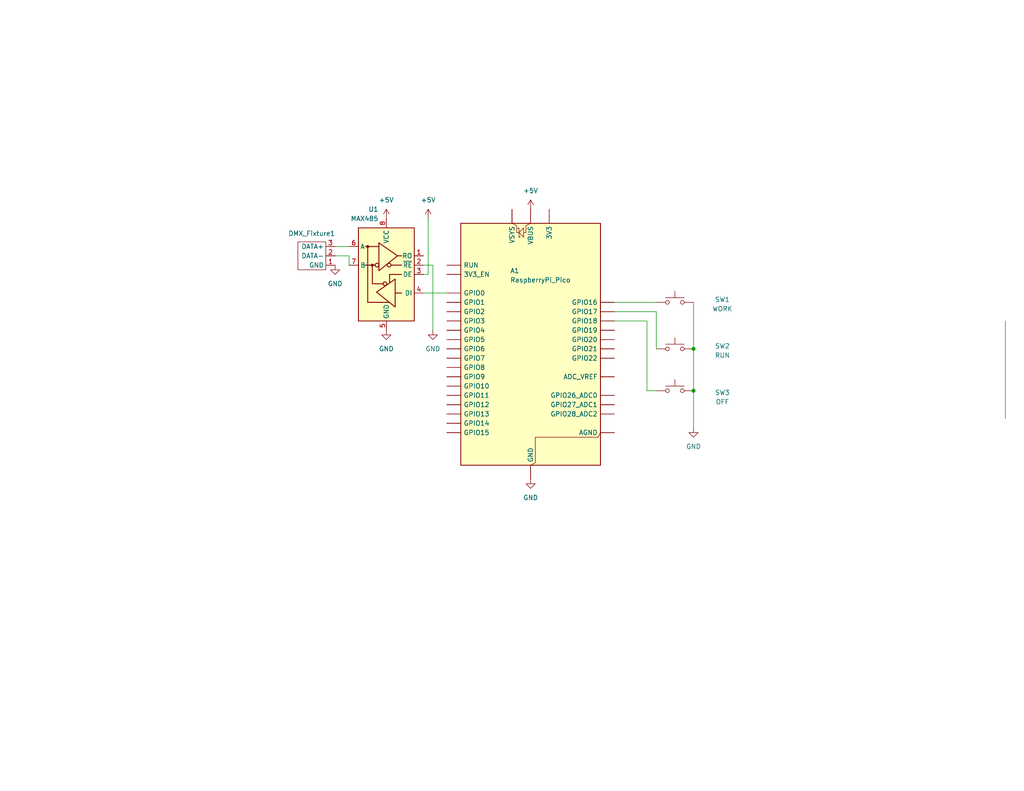
<source format=kicad_sch>
(kicad_sch (version 20250114) (generator "eeschema") (generator_version "9.0")
  (paper "USLetter")
  (title_block (title "Pico DMX Panel") (date "2025-12-05") (company "Eric Smith/FHMS Stage Crew"))
  (lib_symbols
    (symbol "Eric_Smith:DMX_Fixture"
      (property "Reference" "DMX_Fixture" (at 0.254 6.35 0))
      (symbol "DMX_Fixture_0_1"
        (rectangle (start -2.54 3.81) (end 5.08 -3.81))
      )
      (symbol "DMX_Fixture_1_1"
        (pin input line (at -5.08 2.54 0) (length 2.54) (name "DATA+") (number "3"))
        (pin input line (at -5.08 0 0) (length 2.54) (name "DATA-") (number "2"))
        (pin input line (at -5.08 -2.54 0) (length 2.54) (name "GND") (number "1"))
      )
    )
    (symbol "Interface_UART:MAX485E"
      (property "Reference" "U" (at -6.985 13.97 0))
      (property "Value" "MAX485E" (at 1.905 13.97 0))
      (symbol "MAX485E_0_1"
        (rectangle (start -7.62 12.7) (end 7.62 -12.7) (stroke (width 0.254)) (fill (type background)))
        (polyline (pts (xy -4.191 2.54) (xy -1.27 2.54)) (stroke (width 0.254)))
        (polyline (pts (xy -4.191 0) (xy -0.889 0) (xy -0.889 -2.286)) (stroke (width 0.254)))
        (polyline (pts (xy -3.175 5.08) (xy -4.191 5.08) (xy -4.064 5.08)) (stroke (width 0.254)))
        (polyline (pts (xy -2.54 -5.08) (xy -4.191 -5.08)) (stroke (width 0.254)))
        (polyline (pts (xy -2.413 -5.08) (xy -2.413 -1.27) (xy 2.667 -4.826) (xy -2.413 -8.89) (xy -2.413 -5.08)) (stroke (width 0.254)))
        (polyline (pts (xy -0.635 -7.62) (xy 5.08 -7.62)) (stroke (width 0.254)))
        (circle (center 0.381 -2.54) (radius 0.508) (stroke (width 0.254)))
        (polyline (pts (xy 0.889 -2.54) (xy 3.81 -2.54)) (stroke (width 0.254)))
        (polyline (pts (xy 2.032 7.62) (xy 5.715 7.62)) (stroke (width 0.254)))
        (polyline (pts (xy 3.048 2.54) (xy 5.715 2.54)) (stroke (width 0.254)))
        (circle (center 3.81 2.54) (radius 0.2794) (stroke (width 0.254)) (fill (type outline)))
        (polyline (pts (xy 3.81 -2.54) (xy 3.81 2.54)) (stroke (width 0.254)))
        (polyline (pts (xy 5.08 -7.62) (xy 5.08 7.62)) (stroke (width 0.254)))
      )
      (symbol "MAX485E_1_1"
        (circle (center -0.762 2.54) (radius 0.508) (stroke (width 0.254)))
        (polyline (pts (xy 2.032 4.826) (xy 2.032 8.636) (xy -3.048 5.08) (xy 2.032 1.016) (xy 2.032 4.826)) (stroke (width 0.254)))
        (circle (center 2.54 2.54) (radius 0.508) (stroke (width 0.254)))
        (circle (center 5.08 7.62) (radius 0.2794) (stroke (width 0.254)) (fill (type outline)))
        (pin output line (at -10.16 5.08 0) (length 2.54) (name "RO") (number "1"))
        (pin input line (at -10.16 2.54 0) (length 2.54) (name "~{RE}") (number "2"))
        (pin input line (at -10.16 0 0) (length 2.54) (name "DE") (number "3"))
        (pin input line (at -10.16 -5.08 0) (length 2.54) (name "DI") (number "4"))
        (pin power_in line (at 0 15.24 270) (length 2.54) (name "VCC") (number "8"))
        (pin power_in line (at 0 -15.24 90) (length 2.54) (name "GND") (number "5"))
        (pin bidirectional line (at 10.16 7.62 180) (length 2.54) (name "A") (number "6"))
        (pin bidirectional line (at 10.16 2.54 180) (length 2.54) (name "B") (number "7"))
      )
    )
    (symbol "MCU_Module:RaspberryPi_Pico" (pin_numbers (hide yes)) (pin_names (offset 0.762))
      (property "Reference" "A" (at -19.05 35.56 0))
      (property "Value" "RaspberryPi_Pico" (at 7.62 35.56 0))
      (symbol "RaspberryPi_Pico_0_1"
        (rectangle (start -19.05 34.29) (end 19.05 -31.75) (stroke (width 0.254)) (fill (type background)))
        (polyline (pts (xy -5.08 34.29) (xy -3.81 33.655) (xy -3.81 31.75) (xy -3.175 31.75)))
        (polyline (pts (xy -3.429 32.766) (xy -3.429 33.02) (xy -3.175 33.02) (xy -3.175 30.48) (xy -2.921 30.48) (xy -2.921 30.734)))
        (polyline (pts (xy -3.175 31.75) (xy -1.905 33.02) (xy -1.905 30.48) (xy -3.175 31.75)))
        (polyline (pts (xy 0 34.29) (xy -1.27 33.655) (xy -1.27 31.75) (xy -1.905 31.75)))
        (polyline (pts (xy 0 -31.75) (xy 1.27 -31.115) (xy 1.27 -24.13) (xy 18.415 -24.13) (xy 19.05 -22.86)))
      )
      (symbol "RaspberryPi_Pico_1_1"
        (pin passive line (at -22.86 22.86 0) (length 3.81) (name "RUN") (number "30"))
        (pin passive line (at -22.86 20.32 0) (length 3.81) (name "3V3_EN") (number "37"))
        (pin bidirectional line (at -22.86 15.24 0) (length 3.81) (name "GPIO0") (number "1"))
        (pin bidirectional line (at -22.86 12.7 0) (length 3.81) (name "GPIO1") (number "2"))
        (pin bidirectional line (at -22.86 10.16 0) (length 3.81) (name "GPIO2") (number "4"))
        (pin bidirectional line (at -22.86 7.62 0) (length 3.81) (name "GPIO3") (number "5"))
        (pin bidirectional line (at -22.86 5.08 0) (length 3.81) (name "GPIO4") (number "6"))
        (pin bidirectional line (at -22.86 2.54 0) (length 3.81) (name "GPIO5") (number "7"))
        (pin bidirectional line (at -22.86 0 0) (length 3.81) (name "GPIO6") (number "9"))
        (pin bidirectional line (at -22.86 -2.54 0) (length 3.81) (name "GPIO7") (number "10"))
        (pin bidirectional line (at -22.86 -5.08 0) (length 3.81) (name "GPIO8") (number "11"))
        (pin bidirectional line (at -22.86 -7.62 0) (length 3.81) (name "GPIO9") (number "12"))
        (pin bidirectional line (at -22.86 -10.16 0) (length 3.81) (name "GPIO10") (number "14"))
        (pin bidirectional line (at -22.86 -12.7 0) (length 3.81) (name "GPIO11") (number "15"))
        (pin bidirectional line (at -22.86 -15.24 0) (length 3.81) (name "GPIO12") (number "16"))
        (pin bidirectional line (at -22.86 -17.78 0) (length 3.81) (name "GPIO13") (number "17"))
        (pin bidirectional line (at -22.86 -20.32 0) (length 3.81) (name "GPIO14") (number "19"))
        (pin bidirectional line (at -22.86 -22.86 0) (length 3.81) (name "GPIO15") (number "20"))
        (pin power_in line (at -5.08 38.1 270) (length 3.81) (name "VSYS") (number "39"))
        (pin power_out line (at 0 38.1 270) (length 3.81) (name "VBUS") (number "40"))
        (pin passive line (at 0 -35.56 90) (length 3.81) (hide yes) (name "GND") (number "13"))
        (pin passive line (at 0 -35.56 90) (length 3.81) (hide yes) (name "GND") (number "18"))
        (pin passive line (at 0 -35.56 90) (length 3.81) (hide yes) (name "GND") (number "23"))
        (pin passive line (at 0 -35.56 90) (length 3.81) (hide yes) (name "GND") (number "28"))
        (pin power_out line (at 0 -35.56 90) (length 3.81) (name "GND") (number "3"))
        (pin passive line (at 0 -35.56 90) (length 3.81) (hide yes) (name "GND") (number "38"))
        (pin passive line (at 0 -35.56 90) (length 3.81) (hide yes) (name "GND") (number "8"))
        (pin power_out line (at 5.08 38.1 270) (length 3.81) (name "3V3") (number "36"))
        (pin bidirectional line (at 22.86 12.7 180) (length 3.81) (name "GPIO16") (number "21"))
        (pin bidirectional line (at 22.86 10.16 180) (length 3.81) (name "GPIO17") (number "22"))
        (pin bidirectional line (at 22.86 7.62 180) (length 3.81) (name "GPIO18") (number "24"))
        (pin bidirectional line (at 22.86 5.08 180) (length 3.81) (name "GPIO19") (number "25"))
        (pin bidirectional line (at 22.86 2.54 180) (length 3.81) (name "GPIO20") (number "26"))
        (pin bidirectional line (at 22.86 0 180) (length 3.81) (name "GPIO21") (number "27"))
        (pin bidirectional line (at 22.86 -2.54 180) (length 3.81) (name "GPIO22") (number "29"))
        (pin power_in line (at 22.86 -7.62 180) (length 3.81) (name "ADC_VREF") (number "35"))
        (pin bidirectional line (at 22.86 -12.7 180) (length 3.81) (name "GPIO26_ADC0") (number "31"))
        (pin bidirectional line (at 22.86 -15.24 180) (length 3.81) (name "GPIO27_ADC1") (number "32"))
        (pin bidirectional line (at 22.86 -17.78 180) (length 3.81) (name "GPIO28_ADC2") (number "34"))
        (pin power_out line (at 22.86 -22.86 180) (length 3.81) (name "AGND") (number "33"))
      )
    )
    (symbol "Switch:SW_Push" (pin_numbers (hide yes)) (pin_names (offset 1.016) (hide yes))
      (property "Reference" "SW" (at 1.27 2.54 0))
      (property "Value" "SW_Push" (at 0 -1.524 0))
      (symbol "SW_Push_0_1"
        (circle (center -2.032 0) (radius 0.508))
        (polyline (pts (xy 0 1.27) (xy 0 3.048)))
        (circle (center 2.032 0) (radius 0.508))
        (polyline (pts (xy 2.54 1.27) (xy -2.54 1.27)))
        (pin passive line (at -5.08 0 0) (length 2.54) (name "1") (number "1"))
        (pin passive line (at 5.08 0 180) (length 2.54) (name "2") (number "2"))
      )
    )
    (symbol "power:+5V" (power) (pin_numbers (hide yes)) (pin_names (offset 0) (hide yes))
      (property "Value" "+5V" (at 0 3.556 0))
      (symbol "+5V_0_1"
        (polyline (pts (xy -0.762 1.27) (xy 0 2.54)))
        (polyline (pts (xy 0 2.54) (xy 0.762 1.27)))
        (polyline (pts (xy 0 0) (xy 0 2.54)))
      )
      (symbol "+5V_1_1"
        (pin power_in line (at 0 0 90) (length 0) (name "~") (number "1"))
      )
    )
    (symbol "power:GND" (power) (pin_numbers (hide yes)) (pin_names (offset 0) (hide yes))
      (property "Value" "GND" (at 0 -3.81 0))
      (symbol "GND_0_1"
        (polyline (pts (xy 0 0) (xy 0 -1.27) (xy 1.27 -1.27) (xy 0 -2.54) (xy -1.27 -1.27) (xy 0 -1.27)))
      )
      (symbol "GND_1_1"
        (pin power_in line (at 0 0 270) (length 0) (name "~") (number "1"))
      )
    )
  )
  (junction (at 189.23 95.25))
  (junction (at 189.23 106.68))
  (wire (pts (xy 115.57 72.39) (xy 118.11 72.39)))
  (wire (pts (xy 95.25 72.39) (xy 95.25 69.85)))
  (wire (pts (xy 189.23 82.55) (xy 189.23 95.25)))
  (wire (pts (xy 176.53 106.68) (xy 176.53 87.63)))
  (wire (pts (xy 179.07 95.25) (xy 179.07 85.09)))
  (wire (pts (xy 95.25 69.85) (xy 91.44 69.85)))
  (wire (pts (xy 115.57 80.01) (xy 121.92 80.01)))
  (wire (pts (xy 274.32 114.3) (xy 274.32 87.63)))
  (wire (pts (xy 118.11 72.39) (xy 118.11 90.17)))
  (wire (pts (xy 167.64 82.55) (xy 179.07 82.55)))
  (wire (pts (xy 116.84 74.93) (xy 116.84 59.69)))
  (wire (pts (xy 176.53 106.68) (xy 179.07 106.68)))
  (wire (pts (xy 179.07 85.09) (xy 167.64 85.09)))
  (wire (pts (xy 95.25 67.31) (xy 91.44 67.31)))
  (wire (pts (xy 189.23 95.25) (xy 189.23 106.68)))
  (wire (pts (xy 115.57 74.93) (xy 116.84 74.93)))
  (wire (pts (xy 176.53 87.63) (xy 167.64 87.63)))
  (wire (pts (xy 284.48 105.41) (xy 284.48 85.09)))
  (wire (pts (xy 189.23 106.68) (xy 189.23 116.84)))
  (symbol (lib_id "power:GND") (at 105.41 90.17 0) (mirror y) (unit 1)
    (property "Reference" "#PWR04" (effects (hide yes)))
    (property "Value" "GND" (at 105.41 95.25 0))
    (property "Description" "Power symbol creates a global label with name \"GND\" , ground" (effects (hide yes)))
  )
  (symbol (lib_id "power:GND") (at 144.78 130.81 0) (unit 1)
    (property "Reference" "#PWR02" (effects (hide yes)))
    (property "Value" "GND" (at 144.78 135.89 0))
    (property "Description" "Power symbol creates a global label with name \"GND\" , ground" (effects (hide yes)))
  )
  (symbol (lib_id "Switch:SW_Push") (at 184.15 82.55 0) (unit 1)
    (property "Reference" "SW1" (at 197.104 81.788 0))
    (property "Value" "WORK" (at 197.104 84.328 0))
    (property "Description" "Push button switch, generic, two pins" (effects (hide yes)))
  )
  (symbol (lib_id "Switch:SW_Push") (at 184.15 106.68 0) (unit 1)
    (property "Reference" "SW3" (at 197.104 107.188 0))
    (property "Value" "OFF" (at 197.104 109.728 0))
    (property "Description" "Push button switch, generic, two pins" (effects (hide yes)))
  )
  (symbol (lib_id "power:GND") (at 91.44 72.39 0) (mirror y) (unit 1)
    (property "Reference" "#PWR05" (effects (hide yes)))
    (property "Value" "GND" (at 91.44 77.47 0))
    (property "Description" "Power symbol creates a global label with name \"GND\" , ground" (effects (hide yes)))
  )
  (symbol (lib_id "power:+5V") (at 105.41 59.69 0) (mirror y) (unit 1)
    (property "Reference" "#PWR03" (effects (hide yes)))
    (property "Value" "+5V" (at 105.41 54.61 0))
    (property "Description" "Power symbol creates a global label with name \"+5V\"" (effects (hide yes)))
  )
  (symbol (lib_id "Eric_Smith:DMX_Fixture") (at 86.36 69.85 0) (mirror y) (unit 1)
    (property "Reference" "DMX_Fixture1" (at 91.44 63.754 0) (effects (justify left)))
  )
  (symbol (lib_id "Switch:SW_Push") (at 184.15 95.25 0) (unit 1)
    (property "Reference" "SW2" (at 197.104 94.488 0))
    (property "Value" "RUN" (at 197.104 97.028 0))
    (property "Description" "Push button switch, generic, two pins" (effects (hide yes)))
  )
  (symbol (lib_id "Interface_UART:MAX485E") (at 105.41 74.93 0) (mirror y) (unit 1)
    (property "Reference" "U1" (at 103.2667 57.15 0) (effects (justify left)))
    (property "Value" "MAX485" (at 103.2667 59.69 0) (effects (justify left)))
    (property "Footprint" "Package_SO:SOIC-8_3.9x4.9mm_P1.27mm" (effects (hide yes)))
    (property "Datasheet" "https://datasheets.maximintegrated.com/en/ds/MAX1487E-MAX491E.pdf" (effects (hide yes)))
    (property "Description" "Half duplex RS-485/RS-422, 2.5 Mbps, ±15kV electro-static discharge (ESD) protection, no slew-rate, no low-power shutdown, with receiver/driver enable, 32 receiver drive capability, DIP-8 and SOIC-8" (effects (hide yes)))
  )
  (symbol (lib_id "power:GND") (at 118.11 90.17 0) (mirror y) (unit 1)
    (property "Reference" "#PWR09" (effects (hide yes)))
    (property "Value" "GND" (at 118.11 95.25 0))
    (property "Description" "Power symbol creates a global label with name \"GND\" , ground" (effects (hide yes)))
  )
  (symbol (lib_id "power:+5V") (at 116.84 59.69 0) (mirror y) (unit 1)
    (property "Reference" "#PWR010" (effects (hide yes)))
    (property "Value" "+5V" (at 116.84 54.61 0))
    (property "Description" "Power symbol creates a global label with name \"+5V\"" (effects (hide yes)))
  )
  (symbol (lib_id "power:+5V") (at 144.78 57.15 0) (unit 1)
    (property "Reference" "#PWR01" (effects (hide yes)))
    (property "Value" "+5V" (at 144.78 52.07 0))
    (property "Description" "Power symbol creates a global label with name \"+5V\"" (effects (hide yes)))
  )
  (symbol (lib_id "power:GND") (at 189.23 116.84 0) (unit 1)
    (property "Reference" "#PWR06" (effects (hide yes)))
    (property "Value" "GND" (at 189.23 121.92 0))
    (property "Description" "Power symbol creates a global label with name \"GND\" , ground" (effects (hide yes)))
  )
  (symbol (lib_id "MCU_Module:RaspberryPi_Pico") (at 144.78 95.25 0) (unit 1)
    (property "Reference" "A1" (at 139.192 73.914 0) (effects (justify left)))
    (property "Value" "RaspberryPi_Pico" (at 139.192 76.454 0) (effects (justify left)))
    (property "Footprint" "Module:RaspberryPi_Pico_Common_Unspecified" (effects (hide yes)))
    (property "Datasheet" "https://datasheets.raspberrypi.com/pico/pico-datasheet.pdf" (effects (hide yes)))
    (property "Description" "Versatile and inexpensive microcontroller module powered by RP2040 dual-core Arm Cortex-M0+ processor up to 133 MHz, 264kB SRAM, 2MB QSPI flash; also supports Raspberry Pi Pico 2" (effects (hide yes)))
  )
)
</source>
